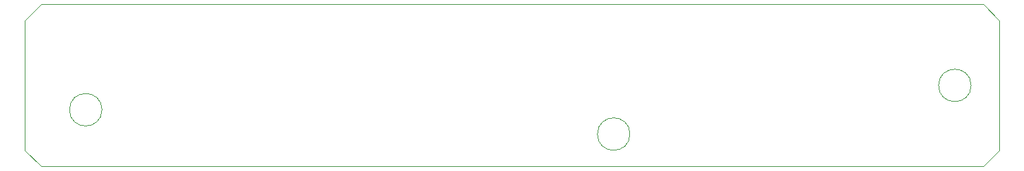
<source format=gbr>
%TF.GenerationSoftware,KiCad,Pcbnew,7.0.2*%
%TF.CreationDate,2023-05-14T11:04:53+02:00*%
%TF.ProjectId,Other-power,4f746865-722d-4706-9f77-65722e6b6963,rev?*%
%TF.SameCoordinates,Original*%
%TF.FileFunction,Profile,NP*%
%FSLAX46Y46*%
G04 Gerber Fmt 4.6, Leading zero omitted, Abs format (unit mm)*
G04 Created by KiCad (PCBNEW 7.0.2) date 2023-05-14 11:04:53*
%MOMM*%
%LPD*%
G01*
G04 APERTURE LIST*
%TA.AperFunction,Profile*%
%ADD10C,0.100000*%
%TD*%
G04 APERTURE END LIST*
D10*
X85000000Y-63000000D02*
G75*
G03*
X85000000Y-63000000I-2000000J0D01*
G01*
X150000000Y-66000000D02*
G75*
G03*
X150000000Y-66000000I-2000000J0D01*
G01*
X192000000Y-60000000D02*
G75*
G03*
X192000000Y-60000000I-2000000J0D01*
G01*
X195500000Y-52000000D02*
X195500000Y-68000000D01*
X193500000Y-70000000D01*
X77500000Y-70000000D01*
X75500000Y-68000000D01*
X75500000Y-52000000D01*
X77500000Y-50000000D01*
X193500000Y-50000000D01*
X195500000Y-52000000D01*
M02*

</source>
